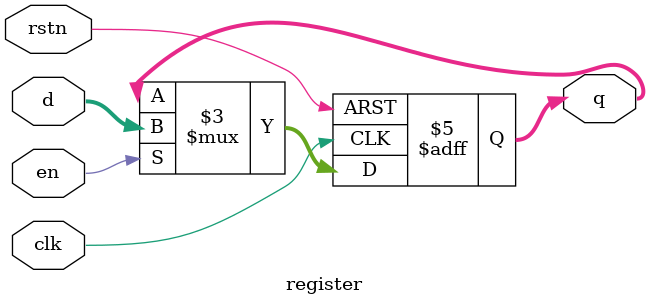
<source format=sv>
`timescale 1ns / 1ps


module  register
#( parameter WIDTH = 32,
             RST_VAL = 0
)(
    input  clk, rstn, en,
    input  [WIDTH-1:0]  d,
    output reg  [WIDTH-1:0] q
);

    always @(posedge clk or negedge rstn)
        if (!rstn) q <= RST_VAL;
        else  if (en) q <= d;

endmodule

</source>
